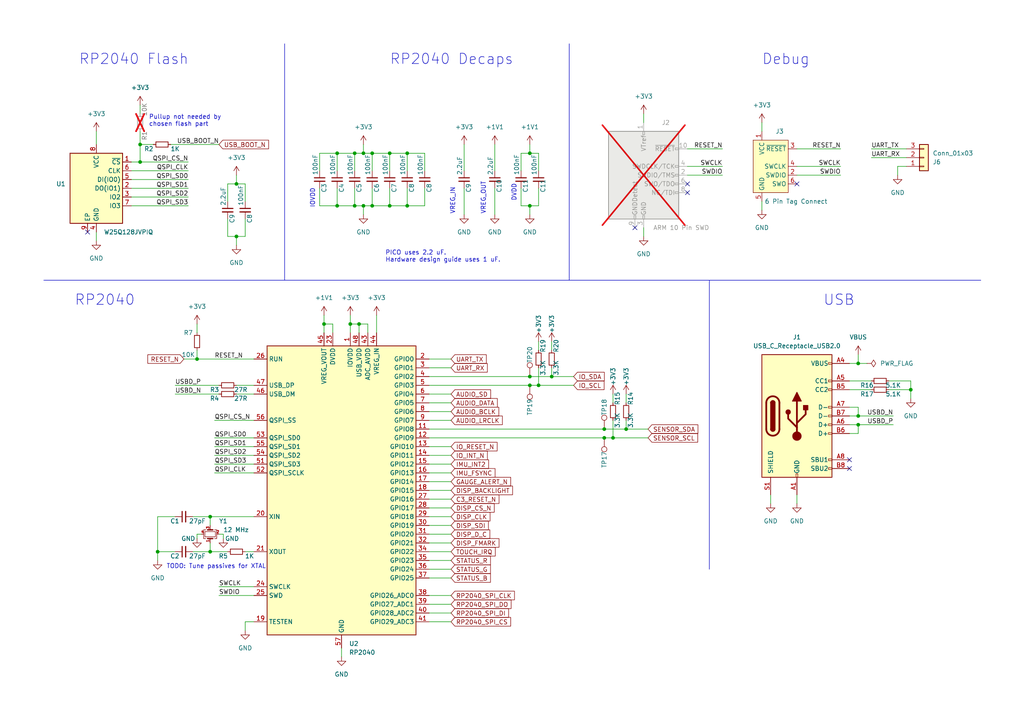
<source format=kicad_sch>
(kicad_sch (version 20230121) (generator eeschema)
  (paper "A4")
  (title_block (title "Kudzu") (date "2023-09-13") (rev "0") (company "Copyright 2023 The Pigweed Authors"))
  (lib_symbols
    (symbol "Connector:Conn_ARM_JTAG_SWD_10" (pin_names (offset 1.016))
      (property "Reference" "J" (at -2.54 16.51 0))
      (property "Value" "Conn_ARM_JTAG_SWD_10" (at -2.54 13.97 0))
      (symbol "Conn_ARM_JTAG_SWD_10_1_1"
        (pin power_in line (at 0 15.24 270) (length 2.54) (name "VTref") (number "1"))
        (pin open_collector line (at 12.7 7.62 180) (length 2.54) (name "~{RESET}") (number "10"))
        (pin bidirectional line (at 12.7 0 180) (length 2.54) (name "SWDIO/TMS") (number "2"))
        (pin power_in line (at 0 -15.24 90) (length 2.54) (name "GND") (number "3"))
        (pin output line (at 12.7 2.54 180) (length 2.54) (name "SWDCLK/TCK") (number "4"))
        (pin passive line (at 0 -15.24 90) (length 2.54) hide (name "GND") (number "5"))
        (pin input line (at 12.7 -2.54 180) (length 2.54) (name "SWO/TDO") (number "6"))
        (pin no_connect line (at -10.16 0 0) (length 2.54) hide (name "KEY") (number "7"))
        (pin output line (at 12.7 -5.08 180) (length 2.54) (name "NC/TDI") (number "8"))
        (pin passive line (at -2.54 -15.24 90) (length 2.54) (name "GNDDetect") (number "9"))
      )
    )
    (symbol "Connector:Conn_ARM_SWD_TagConnect_TC2030-NL" (in_bom no)
      (property "Reference" "J" (at 2.54 11.43 0))
      (property "Value" "Conn_ARM_SWD_TagConnect_TC2030-NL" (at 2.54 8.89 0))
      (symbol "Conn_ARM_SWD_TagConnect_TC2030-NL_0_0"
        (pin power_in line (at -2.54 10.16 270) (length 2.54) (name "VCC") (number "1"))
        (pin bidirectional line (at 7.62 -2.54 180) (length 2.54) (name "SWDIO") (number "2"))
        (pin open_collector line (at 7.62 5.08 180) (length 2.54) (name "~{RESET}") (number "3"))
        (pin output line (at 7.62 0 180) (length 2.54) (name "SWCLK") (number "4"))
        (pin power_in line (at -2.54 -10.16 90) (length 2.54) (name "GND") (number "5"))
        (pin input line (at 7.62 -5.08 180) (length 2.54) (name "SWO") (number "6"))
      )
    )
    (symbol "Connector:TestPoint" (pin_numbers hide) (pin_names (offset 0.762) hide)
      (property "Reference" "TP" (at 0 6.858 0))
      (property "Value" "TestPoint" (at 0 5.08 0))
      (symbol "TestPoint_1_1"
        (pin passive line (at 0 0 90) (length 2.54) (name "1") (number "1"))
      )
    )
    (symbol "Connector:USB_C_Receptacle_USB2.0" (pin_names (offset 1.016))
      (property "Reference" "J" (at -10.16 19.05 0))
      (property "Value" "USB_C_Receptacle_USB2.0" (at 19.05 19.05 0))
      (symbol "USB_C_Receptacle_USB2.0_1_1"
        (pin passive line (at 0 -22.86 90) (length 5.08) (name "GND") (number "A1"))
        (pin passive line (at 0 -22.86 90) (length 5.08) hide (name "GND") (number "A12"))
        (pin passive line (at 15.24 15.24 180) (length 5.08) (name "VBUS") (number "A4"))
        (pin bidirectional line (at 15.24 10.16 180) (length 5.08) (name "CC1") (number "A5"))
        (pin bidirectional line (at 15.24 -2.54 180) (length 5.08) (name "D+") (number "A6"))
        (pin bidirectional line (at 15.24 2.54 180) (length 5.08) (name "D-") (number "A7"))
        (pin bidirectional line (at 15.24 -12.7 180) (length 5.08) (name "SBU1") (number "A8"))
        (pin passive line (at 15.24 15.24 180) (length 5.08) hide (name "VBUS") (number "A9"))
        (pin passive line (at 0 -22.86 90) (length 5.08) hide (name "GND") (number "B1"))
        (pin passive line (at 0 -22.86 90) (length 5.08) hide (name "GND") (number "B12"))
        (pin passive line (at 15.24 15.24 180) (length 5.08) hide (name "VBUS") (number "B4"))
        (pin bidirectional line (at 15.24 7.62 180) (length 5.08) (name "CC2") (number "B5"))
        (pin bidirectional line (at 15.24 -5.08 180) (length 5.08) (name "D+") (number "B6"))
        (pin bidirectional line (at 15.24 0 180) (length 5.08) (name "D-") (number "B7"))
        (pin bidirectional line (at 15.24 -15.24 180) (length 5.08) (name "SBU2") (number "B8"))
        (pin passive line (at 15.24 15.24 180) (length 5.08) hide (name "VBUS") (number "B9"))
        (pin passive line (at -7.62 -22.86 90) (length 5.08) (name "SHIELD") (number "S1"))
      )
    )
    (symbol "Connector_Generic:Conn_01x03" (pin_names (offset 1.016) hide)
      (property "Reference" "J" (at 0 5.08 0))
      (property "Value" "Conn_01x03" (at 0 -5.08 0))
      (symbol "Conn_01x03_1_1"
        (pin passive line (at -5.08 2.54 0) (length 3.81) (name "Pin_1") (number "1"))
        (pin passive line (at -5.08 0 0) (length 3.81) (name "Pin_2") (number "2"))
        (pin passive line (at -5.08 -2.54 0) (length 3.81) (name "Pin_3") (number "3"))
      )
    )
    (symbol "Device:C_Small" (pin_numbers hide) (pin_names (offset 0.254) hide)
      (property "Reference" "C" (at 0.254 1.778 0))
      (property "Value" "C_Small" (at 0.254 -2.032 0))
      (symbol "C_Small_1_1"
        (pin passive line (at 0 2.54 270) (length 2.032) (name "~") (number "1"))
        (pin passive line (at 0 -2.54 90) (length 2.032) (name "~") (number "2"))
      )
    )
    (symbol "Device:Crystal_GND24_Small" (pin_names (offset 1.016) hide)
      (property "Reference" "Y" (at 1.27 4.445 0))
      (property "Value" "Crystal_GND24_Small" (at 1.27 2.54 0))
      (symbol "Crystal_GND24_Small_1_1"
        (pin passive line (at -2.54 0 0) (length 1.27) (name "1") (number "1"))
        (pin passive line (at 0 -2.54 90) (length 0.635) (name "2") (number "2"))
        (pin passive line (at 2.54 0 180) (length 1.27) (name "3") (number "3"))
        (pin passive line (at 0 2.54 270) (length 0.635) (name "4") (number "4"))
      )
    )
    (symbol "Device:R_Small" (pin_numbers hide) (pin_names (offset 0.254) hide)
      (property "Reference" "R" (at 0.762 0.508 0))
      (property "Value" "R_Small" (at 0.762 -1.016 0))
      (symbol "R_Small_1_1"
        (pin passive line (at 0 2.54 270) (length 0.762) (name "~") (number "1"))
        (pin passive line (at 0 -2.54 90) (length 0.762) (name "~") (number "2"))
      )
    )
    (symbol "MCU_RaspberryPi:RP2040"
      (property "Reference" "U" (at 17.78 45.72 0))
      (property "Value" "RP2040" (at 17.78 43.18 0))
      (symbol "RP2040_1_1"
        (pin power_in line (at 2.54 45.72 270) (length 3.81) (name "IOVDD") (number "1"))
        (pin passive line (at 2.54 45.72 270) (length 3.81) hide (name "IOVDD") (number "10"))
        (pin bidirectional line (at 25.4 17.78 180) (length 3.81) (name "GPIO8") (number "11"))
        (pin bidirectional line (at 25.4 15.24 180) (length 3.81) (name "GPIO9") (number "12"))
        (pin bidirectional line (at 25.4 12.7 180) (length 3.81) (name "GPIO10") (number "13"))
        (pin bidirectional line (at 25.4 10.16 180) (length 3.81) (name "GPIO11") (number "14"))
        (pin bidirectional line (at 25.4 7.62 180) (length 3.81) (name "GPIO12") (number "15"))
        (pin bidirectional line (at 25.4 5.08 180) (length 3.81) (name "GPIO13") (number "16"))
        (pin bidirectional line (at 25.4 2.54 180) (length 3.81) (name "GPIO14") (number "17"))
        (pin bidirectional line (at 25.4 0 180) (length 3.81) (name "GPIO15") (number "18"))
        (pin input line (at -25.4 -38.1 0) (length 3.81) (name "TESTEN") (number "19"))
        (pin bidirectional line (at 25.4 38.1 180) (length 3.81) (name "GPIO0") (number "2"))
        (pin input line (at -25.4 -7.62 0) (length 3.81) (name "XIN") (number "20"))
        (pin passive line (at -25.4 -17.78 0) (length 3.81) (name "XOUT") (number "21"))
        (pin passive line (at 2.54 45.72 270) (length 3.81) hide (name "IOVDD") (number "22"))
        (pin power_in line (at -2.54 45.72 270) (length 3.81) (name "DVDD") (number "23"))
        (pin input line (at -25.4 -27.94 0) (length 3.81) (name "SWCLK") (number "24"))
        (pin bidirectional line (at -25.4 -30.48 0) (length 3.81) (name "SWD") (number "25"))
        (pin input line (at -25.4 38.1 0) (length 3.81) (name "RUN") (number "26"))
        (pin bidirectional line (at 25.4 -2.54 180) (length 3.81) (name "GPIO16") (number "27"))
        (pin bidirectional line (at 25.4 -5.08 180) (length 3.81) (name "GPIO17") (number "28"))
        (pin bidirectional line (at 25.4 -7.62 180) (length 3.81) (name "GPIO18") (number "29"))
        (pin bidirectional line (at 25.4 35.56 180) (length 3.81) (name "GPIO1") (number "3"))
        (pin bidirectional line (at 25.4 -10.16 180) (length 3.81) (name "GPIO19") (number "30"))
        (pin bidirectional line (at 25.4 -12.7 180) (length 3.81) (name "GPIO20") (number "31"))
        (pin bidirectional line (at 25.4 -15.24 180) (length 3.81) (name "GPIO21") (number "32"))
        (pin passive line (at 2.54 45.72 270) (length 3.81) hide (name "IOVDD") (number "33"))
        (pin bidirectional line (at 25.4 -17.78 180) (length 3.81) (name "GPIO22") (number "34"))
        (pin bidirectional line (at 25.4 -20.32 180) (length 3.81) (name "GPIO23") (number "35"))
        (pin bidirectional line (at 25.4 -22.86 180) (length 3.81) (name "GPIO24") (number "36"))
        (pin bidirectional line (at 25.4 -25.4 180) (length 3.81) (name "GPIO25") (number "37"))
        (pin bidirectional line (at 25.4 -30.48 180) (length 3.81) (name "GPIO26_ADC0") (number "38"))
        (pin bidirectional line (at 25.4 -33.02 180) (length 3.81) (name "GPIO27_ADC1") (number "39"))
        (pin bidirectional line (at 25.4 33.02 180) (length 3.81) (name "GPIO2") (number "4"))
        (pin bidirectional line (at 25.4 -35.56 180) (length 3.81) (name "GPIO28_ADC2") (number "40"))
        (pin bidirectional line (at 25.4 -38.1 180) (length 3.81) (name "GPIO29_ADC3") (number "41"))
        (pin passive line (at 2.54 45.72 270) (length 3.81) hide (name "IOVDD") (number "42"))
        (pin power_in line (at 7.62 45.72 270) (length 3.81) (name "ADC_AVDD") (number "43"))
        (pin power_in line (at 10.16 45.72 270) (length 3.81) (name "VREG_IN") (number "44"))
        (pin power_out line (at -5.08 45.72 270) (length 3.81) (name "VREG_VOUT") (number "45"))
        (pin bidirectional line (at -25.4 27.94 0) (length 3.81) (name "USB_DM") (number "46"))
        (pin bidirectional line (at -25.4 30.48 0) (length 3.81) (name "USB_DP") (number "47"))
        (pin power_in line (at 5.08 45.72 270) (length 3.81) (name "USB_VDD") (number "48"))
        (pin passive line (at 2.54 45.72 270) (length 3.81) hide (name "IOVDD") (number "49"))
        (pin bidirectional line (at 25.4 30.48 180) (length 3.81) (name "GPIO3") (number "5"))
        (pin passive line (at -2.54 45.72 270) (length 3.81) hide (name "DVDD") (number "50"))
        (pin bidirectional line (at -25.4 7.62 0) (length 3.81) (name "QSPI_SD3") (number "51"))
        (pin output line (at -25.4 5.08 0) (length 3.81) (name "QSPI_SCLK") (number "52"))
        (pin bidirectional line (at -25.4 15.24 0) (length 3.81) (name "QSPI_SD0") (number "53"))
        (pin bidirectional line (at -25.4 10.16 0) (length 3.81) (name "QSPI_SD2") (number "54"))
        (pin bidirectional line (at -25.4 12.7 0) (length 3.81) (name "QSPI_SD1") (number "55"))
        (pin bidirectional line (at -25.4 20.32 0) (length 3.81) (name "QSPI_SS") (number "56"))
        (pin power_in line (at 0 -45.72 90) (length 3.81) (name "GND") (number "57"))
        (pin bidirectional line (at 25.4 27.94 180) (length 3.81) (name "GPIO4") (number "6"))
        (pin bidirectional line (at 25.4 25.4 180) (length 3.81) (name "GPIO5") (number "7"))
        (pin bidirectional line (at 25.4 22.86 180) (length 3.81) (name "GPIO6") (number "8"))
        (pin bidirectional line (at 25.4 20.32 180) (length 3.81) (name "GPIO7") (number "9"))
      )
    )
    (symbol "Memory_Flash:W25Q32JVZP"
      (property "Reference" "U" (at -6.35 11.43 0))
      (property "Value" "W25Q32JVZP" (at 7.62 11.43 0))
      (symbol "W25Q32JVZP_1_1"
        (pin input line (at -10.16 7.62 0) (length 2.54) (name "~{CS}") (number "1"))
        (pin bidirectional line (at -10.16 0 0) (length 2.54) (name "DO(IO1)") (number "2"))
        (pin bidirectional line (at -10.16 -2.54 0) (length 2.54) (name "IO2") (number "3"))
        (pin power_in line (at 0 -12.7 90) (length 2.54) (name "GND") (number "4"))
        (pin bidirectional line (at -10.16 2.54 0) (length 2.54) (name "DI(IO0)") (number "5"))
        (pin input line (at -10.16 5.08 0) (length 2.54) (name "CLK") (number "6"))
        (pin bidirectional line (at -10.16 -5.08 0) (length 2.54) (name "IO3") (number "7"))
        (pin power_in line (at 0 12.7 270) (length 2.54) (name "VCC") (number "8"))
        (pin passive line (at 2.54 -12.7 90) (length 2.54) (name "EP") (number "9"))
      )
    )
    (symbol "power:+1V1" (power) (pin_names (offset 0))
      (property "Value" "+1V1" (at 0 3.556 0))
      (symbol "+1V1_1_1"
        (pin power_in line (at 0 0 90) (length 0) hide (name "+1V1") (number "1"))
      )
    )
    (symbol "power:+3V3" (power) (pin_names (offset 0))
      (property "Value" "+3V3" (at 0 3.556 0))
      (symbol "+3V3_1_1"
        (pin power_in line (at 0 0 90) (length 0) hide (name "+3V3") (number "1"))
      )
    )
    (symbol "power:GND" (power) (pin_names (offset 0))
      (property "Value" "GND" (at 0 -3.81 0))
      (symbol "GND_1_1"
        (pin power_in line (at 0 0 270) (length 0) hide (name "GND") (number "1"))
      )
    )
    (symbol "power:PWR_FLAG" (power) (pin_numbers hide) (pin_names (offset 0) hide)
      (property "Value" "PWR_FLAG" (at 0 3.81 0))
      (symbol "PWR_FLAG_0_0"
        (pin power_out line (at 0 0 90) (length 0) (name "pwr") (number "1"))
      )
    )
    (symbol "power:VBUS" (power) (pin_names (offset 0))
      (property "Value" "VBUS" (at 0 3.81 0))
      (symbol "VBUS_1_1"
        (pin power_in line (at 0 0 90) (length 0) hide (name "VBUS") (number "1"))
      )
    )
  )
  (junction (at 102.87 44.45))
  (junction (at 68.58 68.58))
  (junction (at 248.92 120.65))
  (junction (at 68.58 53.34))
  (junction (at 153.67 109.22))
  (junction (at 60.96 160.02))
  (junction (at 97.79 59.69))
  (junction (at 156.21 111.76))
  (junction (at 102.87 59.69))
  (junction (at 104.14 93.98))
  (junction (at 160.02 109.22))
  (junction (at 248.92 105.41))
  (junction (at 118.11 59.69))
  (junction (at 118.11 44.45))
  (junction (at 264.16 113.03))
  (junction (at 181.61 124.46))
  (junction (at 57.15 104.14))
  (junction (at 175.26 127))
  (junction (at 93.98 93.98))
  (junction (at 40.64 46.99))
  (junction (at 107.95 44.45))
  (junction (at 248.92 123.19))
  (junction (at 97.79 44.45))
  (junction (at 153.67 111.76))
  (junction (at 107.95 59.69))
  (junction (at 40.64 41.91))
  (junction (at 105.41 59.69))
  (junction (at 60.96 149.86))
  (junction (at 45.72 160.02))
  (junction (at 153.67 44.45))
  (junction (at 105.41 44.45))
  (junction (at 113.03 59.69))
  (junction (at 101.6 93.98))
  (junction (at 113.03 44.45))
  (junction (at 177.8 127))
  (junction (at 175.26 124.46))
  (junction (at 153.67 59.69))
  (no_connect (at 184.15 66.04))
  (no_connect (at 199.39 53.34))
  (no_connect (at 199.39 55.88))
  (no_connect (at 25.4 67.31))
  (no_connect (at 246.38 133.35))
  (no_connect (at 231.14 53.34))
  (no_connect (at 246.38 135.89))
  (wire (pts (xy 134.62 54.61) (xy 134.62 62.23)))
  (wire (pts (xy 123.19 44.45) (xy 123.19 49.53)))
  (wire (pts (xy 73.66 180.34) (xy 71.12 180.34)))
  (wire (pts (xy 124.46 149.86) (xy 130.81 149.86)))
  (wire (pts (xy 124.46 124.46) (xy 175.26 124.46)))
  (polyline (pts (xy 82.55 12.7) (xy 82.55 81.28)))
  (wire (pts (xy 124.46 134.62) (xy 130.81 134.62)))
  (wire (pts (xy 57.15 156.21) (xy 57.15 154.94)))
  (wire (pts (xy 62.23 134.62) (xy 73.66 134.62)))
  (wire (pts (xy 153.67 59.69) (xy 151.13 59.69)))
  (wire (pts (xy 66.04 63.5) (xy 66.04 68.58)))
  (wire (pts (xy 93.98 93.98) (xy 93.98 96.52)))
  (wire (pts (xy 248.92 105.41) (xy 251.46 105.41)))
  (wire (pts (xy 113.03 54.61) (xy 113.03 59.69)))
  (wire (pts (xy 113.03 44.45) (xy 118.11 44.45)))
  (wire (pts (xy 156.21 111.76) (xy 166.37 111.76)))
  (wire (pts (xy 38.1 49.53) (xy 54.61 49.53)))
  (wire (pts (xy 156.21 49.53) (xy 156.21 44.45)))
  (wire (pts (xy 124.46 162.56) (xy 130.81 162.56)))
  (wire (pts (xy 96.52 93.98) (xy 93.98 93.98)))
  (wire (pts (xy 102.87 44.45) (xy 105.41 44.45)))
  (wire (pts (xy 66.04 160.02) (xy 60.96 160.02)))
  (wire (pts (xy 93.98 91.44) (xy 93.98 93.98)))
  (wire (pts (xy 118.11 44.45) (xy 118.11 49.53)))
  (wire (pts (xy 124.46 139.7) (xy 130.81 139.7)))
  (wire (pts (xy 57.15 104.14) (xy 73.66 104.14)))
  (wire (pts (xy 231.14 50.8) (xy 243.84 50.8)))
  (wire (pts (xy 177.8 121.92) (xy 177.8 127)))
  (wire (pts (xy 92.71 44.45) (xy 92.71 49.53)))
  (wire (pts (xy 153.67 44.45) (xy 151.13 44.45)))
  (wire (pts (xy 124.46 119.38) (xy 130.81 119.38)))
  (wire (pts (xy 151.13 59.69) (xy 151.13 54.61)))
  (wire (pts (xy 97.79 49.53) (xy 97.79 44.45)))
  (wire (pts (xy 107.95 54.61) (xy 107.95 59.69)))
  (wire (pts (xy 107.95 44.45) (xy 107.95 49.53)))
  (wire (pts (xy 40.64 41.91) (xy 44.45 41.91)))
  (wire (pts (xy 118.11 44.45) (xy 123.19 44.45)))
  (wire (pts (xy 153.67 109.22) (xy 160.02 109.22)))
  (wire (pts (xy 57.15 154.94) (xy 58.42 154.94)))
  (wire (pts (xy 153.67 41.91) (xy 153.67 44.45)))
  (wire (pts (xy 49.53 41.91) (xy 63.5 41.91)))
  (wire (pts (xy 199.39 48.26) (xy 209.55 48.26)))
  (wire (pts (xy 40.64 41.91) (xy 40.64 46.99)))
  (wire (pts (xy 252.73 45.72) (xy 262.89 45.72)))
  (wire (pts (xy 223.52 143.51) (xy 223.52 146.05)))
  (wire (pts (xy 160.02 109.22) (xy 166.37 109.22)))
  (wire (pts (xy 143.51 41.91) (xy 143.51 49.53)))
  (wire (pts (xy 199.39 43.18) (xy 209.55 43.18)))
  (wire (pts (xy 124.46 137.16) (xy 130.81 137.16)))
  (wire (pts (xy 124.46 121.92) (xy 130.81 121.92)))
  (wire (pts (xy 124.46 106.68) (xy 130.81 106.68)))
  (wire (pts (xy 50.8 111.76) (xy 63.5 111.76)))
  (wire (pts (xy 62.23 129.54) (xy 73.66 129.54)))
  (wire (pts (xy 262.89 48.26) (xy 260.35 48.26)))
  (wire (pts (xy 71.12 68.58) (xy 71.12 63.5)))
  (wire (pts (xy 153.67 59.69) (xy 156.21 59.69)))
  (wire (pts (xy 102.87 44.45) (xy 102.87 49.53)))
  (polyline (pts (xy 165.1 12.7) (xy 165.1 81.28)))
  (wire (pts (xy 96.52 96.52) (xy 96.52 93.98)))
  (wire (pts (xy 124.46 109.22) (xy 153.67 109.22)))
  (polyline (pts (xy 205.74 81.28) (xy 205.74 165.1)))
  (wire (pts (xy 246.38 113.03) (xy 252.73 113.03)))
  (wire (pts (xy 220.98 35.56) (xy 220.98 38.1)))
  (wire (pts (xy 62.23 137.16) (xy 73.66 137.16)))
  (wire (pts (xy 27.94 38.1) (xy 27.94 41.91)))
  (wire (pts (xy 101.6 93.98) (xy 101.6 96.52)))
  (wire (pts (xy 38.1 57.15) (xy 54.61 57.15)))
  (wire (pts (xy 68.58 50.8) (xy 68.58 53.34)))
  (wire (pts (xy 124.46 144.78) (xy 130.81 144.78)))
  (wire (pts (xy 124.46 157.48) (xy 130.81 157.48)))
  (wire (pts (xy 246.38 105.41) (xy 248.92 105.41)))
  (wire (pts (xy 57.15 101.6) (xy 57.15 104.14)))
  (wire (pts (xy 68.58 114.3) (xy 73.66 114.3)))
  (wire (pts (xy 64.77 154.94) (xy 64.77 156.21)))
  (wire (pts (xy 97.79 44.45) (xy 92.71 44.45)))
  (wire (pts (xy 124.46 116.84) (xy 130.81 116.84)))
  (wire (pts (xy 106.68 96.52) (xy 106.68 93.98)))
  (wire (pts (xy 124.46 147.32) (xy 130.81 147.32)))
  (wire (pts (xy 27.94 67.31) (xy 27.94 69.85)))
  (wire (pts (xy 248.92 118.11) (xy 248.92 120.65)))
  (wire (pts (xy 248.92 123.19) (xy 248.92 125.73)))
  (wire (pts (xy 107.95 59.69) (xy 113.03 59.69)))
  (wire (pts (xy 199.39 50.8) (xy 209.55 50.8)))
  (wire (pts (xy 104.14 96.52) (xy 104.14 93.98)))
  (wire (pts (xy 181.61 121.92) (xy 181.61 124.46)))
  (wire (pts (xy 153.67 111.76) (xy 156.21 111.76)))
  (wire (pts (xy 105.41 41.91) (xy 105.41 44.45)))
  (wire (pts (xy 151.13 44.45) (xy 151.13 49.53)))
  (wire (pts (xy 109.22 91.44) (xy 109.22 96.52)))
  (wire (pts (xy 45.72 160.02) (xy 45.72 162.56)))
  (wire (pts (xy 264.16 113.03) (xy 264.16 115.57)))
  (wire (pts (xy 134.62 41.91) (xy 134.62 49.53)))
  (wire (pts (xy 124.46 152.4) (xy 130.81 152.4)))
  (wire (pts (xy 38.1 46.99) (xy 40.64 46.99)))
  (wire (pts (xy 45.72 149.86) (xy 50.8 149.86)))
  (wire (pts (xy 60.96 149.86) (xy 60.96 152.4)))
  (wire (pts (xy 62.23 132.08) (xy 73.66 132.08)))
  (wire (pts (xy 123.19 54.61) (xy 123.19 59.69)))
  (wire (pts (xy 124.46 167.64) (xy 130.81 167.64)))
  (wire (pts (xy 257.81 113.03) (xy 264.16 113.03)))
  (wire (pts (xy 105.41 59.69) (xy 107.95 59.69)))
  (wire (pts (xy 231.14 43.18) (xy 243.84 43.18)))
  (wire (pts (xy 248.92 120.65) (xy 246.38 120.65)))
  (wire (pts (xy 38.1 54.61) (xy 54.61 54.61)))
  (wire (pts (xy 71.12 53.34) (xy 71.12 58.42)))
  (wire (pts (xy 181.61 124.46) (xy 187.96 124.46)))
  (wire (pts (xy 62.23 127) (xy 73.66 127)))
  (wire (pts (xy 107.95 44.45) (xy 113.03 44.45)))
  (wire (pts (xy 63.5 172.72) (xy 73.66 172.72)))
  (wire (pts (xy 53.34 104.14) (xy 57.15 104.14)))
  (wire (pts (xy 160.02 106.68) (xy 160.02 109.22)))
  (wire (pts (xy 97.79 59.69) (xy 102.87 59.69)))
  (wire (pts (xy 68.58 53.34) (xy 71.12 53.34)))
  (wire (pts (xy 257.81 110.49) (xy 264.16 110.49)))
  (wire (pts (xy 175.26 124.46) (xy 181.61 124.46)))
  (wire (pts (xy 102.87 59.69) (xy 105.41 59.69)))
  (wire (pts (xy 57.15 93.98) (xy 57.15 96.52)))
  (wire (pts (xy 60.96 157.48) (xy 60.96 160.02)))
  (wire (pts (xy 40.64 38.1) (xy 40.64 41.91)))
  (wire (pts (xy 66.04 58.42) (xy 66.04 53.34)))
  (wire (pts (xy 40.64 30.48) (xy 40.64 33.02)))
  (wire (pts (xy 68.58 68.58) (xy 68.58 71.12)))
  (wire (pts (xy 186.69 66.04) (xy 186.69 68.58)))
  (wire (pts (xy 66.04 68.58) (xy 68.58 68.58)))
  (wire (pts (xy 124.46 111.76) (xy 153.67 111.76)))
  (wire (pts (xy 38.1 59.69) (xy 54.61 59.69)))
  (wire (pts (xy 99.06 187.96) (xy 99.06 190.5)))
  (wire (pts (xy 124.46 177.8) (xy 130.81 177.8)))
  (wire (pts (xy 124.46 160.02) (xy 130.81 160.02)))
  (wire (pts (xy 102.87 54.61) (xy 102.87 59.69)))
  (wire (pts (xy 55.88 160.02) (xy 60.96 160.02)))
  (wire (pts (xy 156.21 99.06) (xy 156.21 101.6)))
  (wire (pts (xy 63.5 170.18) (xy 73.66 170.18)))
  (wire (pts (xy 220.98 58.42) (xy 220.98 60.96)))
  (wire (pts (xy 246.38 110.49) (xy 252.73 110.49)))
  (wire (pts (xy 124.46 154.94) (xy 130.81 154.94)))
  (wire (pts (xy 62.23 121.92) (xy 73.66 121.92)))
  (wire (pts (xy 124.46 165.1) (xy 130.81 165.1)))
  (wire (pts (xy 68.58 68.58) (xy 71.12 68.58)))
  (wire (pts (xy 104.14 93.98) (xy 101.6 93.98)))
  (wire (pts (xy 124.46 175.26) (xy 130.81 175.26)))
  (wire (pts (xy 92.71 59.69) (xy 97.79 59.69)))
  (wire (pts (xy 40.64 46.99) (xy 54.61 46.99)))
  (wire (pts (xy 92.71 54.61) (xy 92.71 59.69)))
  (wire (pts (xy 153.67 59.69) (xy 153.67 62.23)))
  (wire (pts (xy 260.35 48.26) (xy 260.35 50.8)))
  (wire (pts (xy 124.46 104.14) (xy 130.81 104.14)))
  (wire (pts (xy 248.92 120.65) (xy 259.08 120.65)))
  (wire (pts (xy 124.46 180.34) (xy 130.81 180.34)))
  (wire (pts (xy 55.88 149.86) (xy 60.96 149.86)))
  (wire (pts (xy 177.8 114.3) (xy 177.8 116.84)))
  (wire (pts (xy 186.69 33.02) (xy 186.69 35.56)))
  (wire (pts (xy 177.8 127) (xy 187.96 127)))
  (wire (pts (xy 124.46 132.08) (xy 130.81 132.08)))
  (wire (pts (xy 264.16 110.49) (xy 264.16 113.03)))
  (wire (pts (xy 246.38 118.11) (xy 248.92 118.11)))
  (wire (pts (xy 156.21 44.45) (xy 153.67 44.45)))
  (wire (pts (xy 246.38 123.19) (xy 248.92 123.19)))
  (wire (pts (xy 97.79 54.61) (xy 97.79 59.69)))
  (wire (pts (xy 248.92 123.19) (xy 259.08 123.19)))
  (wire (pts (xy 50.8 160.02) (xy 45.72 160.02)))
  (wire (pts (xy 66.04 53.34) (xy 68.58 53.34)))
  (wire (pts (xy 124.46 129.54) (xy 130.81 129.54)))
  (wire (pts (xy 143.51 54.61) (xy 143.51 62.23)))
  (wire (pts (xy 124.46 114.3) (xy 130.81 114.3)))
  (wire (pts (xy 181.61 114.3) (xy 181.61 116.84)))
  (wire (pts (xy 73.66 149.86) (xy 60.96 149.86)))
  (wire (pts (xy 118.11 54.61) (xy 118.11 59.69)))
  (wire (pts (xy 71.12 180.34) (xy 71.12 182.88)))
  (wire (pts (xy 248.92 125.73) (xy 246.38 125.73)))
  (wire (pts (xy 50.8 114.3) (xy 63.5 114.3)))
  (wire (pts (xy 175.26 127) (xy 177.8 127)))
  (wire (pts (xy 68.58 111.76) (xy 73.66 111.76)))
  (wire (pts (xy 63.5 154.94) (xy 64.77 154.94)))
  (wire (pts (xy 105.41 59.69) (xy 105.41 62.23)))
  (wire (pts (xy 156.21 59.69) (xy 156.21 54.61)))
  (wire (pts (xy 38.1 52.07) (xy 54.61 52.07)))
  (wire (pts (xy 106.68 93.98) (xy 104.14 93.98)))
  (wire (pts (xy 105.41 44.45) (xy 107.95 44.45)))
  (wire (pts (xy 248.92 102.87) (xy 248.92 105.41)))
  (wire (pts (xy 45.72 149.86) (xy 45.72 160.02)))
  (wire (pts (xy 124.46 142.24) (xy 130.81 142.24)))
  (wire (pts (xy 124.46 127) (xy 175.26 127)))
  (wire (pts (xy 113.03 59.69) (xy 118.11 59.69)))
  (wire (pts (xy 101.6 91.44) (xy 101.6 93.98)))
  (wire (pts (xy 97.79 44.45) (xy 102.87 44.45)))
  (wire (pts (xy 156.21 106.68) (xy 156.21 111.76)))
  (wire (pts (xy 231.14 48.26) (xy 243.84 48.26)))
  (wire (pts (xy 252.73 43.18) (xy 262.89 43.18)))
  (wire (pts (xy 73.66 160.02) (xy 71.12 160.02)))
  (wire (pts (xy 231.14 143.51) (xy 231.14 146.05)))
  (wire (pts (xy 118.11 59.69) (xy 123.19 59.69)))
  (polyline (pts (xy 12.7 81.28) (xy 284.48 81.28)))
  (wire (pts (xy 124.46 172.72) (xy 130.81 172.72)))
  (wire (pts (xy 160.02 99.06) (xy 160.02 101.6)))
  (wire (pts (xy 113.03 44.45) (xy 113.03 49.53)))
  (text "Debug\n" (at 220.98 19.05 0) (effects (font (size 3 3)) (justify left bottom)))
  (text "RP2040 Decaps\n" (at 113.03 19.05 0) (effects (font (size 3 3)) (justify left bottom)))
  (text "RP2040 Flash" (at 22.86 19.05 0) (effects (font (size 3 3)) (justify left bottom)))
  (text "Pullup not needed by\nchosen flash part\n" (at 43.18 36.83 0) (effects (font (size 1.27 1.27)) (justify left bottom)))
  (text "RP2040\n" (at 21.59 88.9 0) (effects (font (size 3 3)) (justify left bottom)))
  (text "VREG_IN\n" (at 132.08 62.23 90) (effects (font (size 1.27 1.27)) (justify left bottom)))
  (text "PICO uses 2.2 uF.\nHardware design guide uses 1 uF." (at 111.76 76.2 0) (effects (font (size 1.27 1.27)) (justify left bottom)))
  (text "VREG_OUT\n" (at 140.97 62.23 90) (effects (font (size 1.27 1.27)) (justify left bottom)))
  (text "TODO: Tune passives for XTAL\n" (at 48.26 165.1 0) (effects (font (size 1.27 1.27)) (justify left bottom)))
  (text "IOVDD" (at 91.44 54.61 90) (effects (font (size 1.27 1.27)) (justify right bottom)))
  (text "DVDD" (at 149.86 58.42 90) (effects (font (size 1.27 1.27)) (justify left bottom)))
  (text "USB" (at 238.76 88.9 0) (effects (font (size 3 3)) (justify left bottom)))
  (label "QSPI_SD3" (at 54.61 59.69 180))
  (label "QSPI_SD1" (at 62.23 129.54 0))
  (label "SWDIO" (at 243.84 50.8 180))
  (label "UART_RX" (at 252.73 45.72 0))
  (label "QSPI_SD2" (at 62.23 132.08 0))
  (label "USBD_P" (at 50.8 111.76 0))
  (label "USBD_N" (at 50.8 114.3 0))
  (label "QSPI_SD0" (at 62.23 127 0))
  (label "SWCLK" (at 243.84 48.26 180))
  (label "USB_BOOT_N" (at 63.5 41.91 180))
  (label "UART_TX" (at 252.73 43.18 0))
  (label "RESET_N" (at 62.23 104.14 0))
  (label "SWCLK" (at 209.55 48.26 180))
  (label "SWCLK" (at 63.5 170.18 0))
  (label "QSPI_SD2" (at 54.61 57.15 180))
  (label "QSPI_SD3" (at 62.23 134.62 0))
  (label "USBD_N" (at 259.08 120.65 180))
  (label "QSPI_CS_N" (at 54.61 46.99 180))
  (label "SWDIO" (at 209.55 50.8 180))
  (label "QSPI_CS_N" (at 62.23 121.92 0))
  (label "SWDIO" (at 63.5 172.72 0))
  (label "QSPI_SD0" (at 54.61 52.07 180))
  (label "QSPI_CLK" (at 54.61 49.53 180))
  (label "RESET_N" (at 243.84 43.18 180))
  (label "QSPI_SD1" (at 54.61 54.61 180))
  (label "RESET_N" (at 209.55 43.18 180))
  (label "USBD_P" (at 259.08 123.19 180))
  (label "QSPI_CLK" (at 62.23 137.16 0))
  (global_label "STATUS_B" (shape input) (at 130.81 167.64 0) (property "Intersheetrefs" "${INTERSHEET_REFS}" (effects hide)))
  (global_label "C3_RESET_N" (shape input) (at 130.81 144.78 0) (property "Intersheetrefs" "${INTERSHEET_REFS}" (effects hide)))
  (global_label "IO_INT_N" (shape input) (at 130.81 132.08 0) (property "Intersheetrefs" "${INTERSHEET_REFS}" (effects hide)))
  (global_label "RP2040_SPI_CLK" (shape input) (at 130.81 172.72 0) (property "Intersheetrefs" "${INTERSHEET_REFS}" (effects hide)))
  (global_label "AUDIO_SD" (shape input) (at 130.81 114.3 0) (property "Intersheetrefs" "${INTERSHEET_REFS}" (effects hide)))
  (global_label "AUDIO_LRCLK" (shape input) (at 130.81 121.92 0) (property "Intersheetrefs" "${INTERSHEET_REFS}" (effects hide)))
  (global_label "IO_RESET_N" (shape input) (at 130.81 129.54 0) (property "Intersheetrefs" "${INTERSHEET_REFS}" (effects hide)))
  (global_label "AUDIO_DATA" (shape input) (at 130.81 116.84 0) (property "Intersheetrefs" "${INTERSHEET_REFS}" (effects hide)))
  (global_label "USB_BOOT_N" (shape input) (at 63.5 41.91 0) (property "Intersheetrefs" "${INTERSHEET_REFS}" (effects hide)))
  (global_label "DISP_D_C" (shape input) (at 130.81 154.94 0) (property "Intersheetrefs" "${INTERSHEET_REFS}" (effects hide)))
  (global_label "SENSOR_SCL" (shape input) (at 187.96 127 0) (property "Intersheetrefs" "${INTERSHEET_REFS}" (effects hide)))
  (global_label "DISP_CS_N" (shape input) (at 130.81 147.32 0) (property "Intersheetrefs" "${INTERSHEET_REFS}" (effects hide)))
  (global_label "DISP_CLK" (shape input) (at 130.81 149.86 0) (property "Intersheetrefs" "${INTERSHEET_REFS}" (effects hide)))
  (global_label "DISP_SDI" (shape input) (at 130.81 152.4 0) (property "Intersheetrefs" "${INTERSHEET_REFS}" (effects hide)))
  (global_label "RP2040_SPI_CS" (shape input) (at 130.81 180.34 0) (property "Intersheetrefs" "${INTERSHEET_REFS}" (effects hide)))
  (global_label "DISP_FMARK" (shape input) (at 130.81 157.48 0) (property "Intersheetrefs" "${INTERSHEET_REFS}" (effects hide)))
  (global_label "GAUGE_ALERT_N" (shape input) (at 130.81 139.7 0) (property "Intersheetrefs" "${INTERSHEET_REFS}" (effects hide)))
  (global_label "IMU_FSYNC" (shape input) (at 130.81 137.16 0) (property "Intersheetrefs" "${INTERSHEET_REFS}" (effects hide)))
  (global_label "TOUCH_IRQ" (shape input) (at 130.81 160.02 0) (property "Intersheetrefs" "${INTERSHEET_REFS}" (effects hide)))
  (global_label "IO_SDA" (shape input) (at 166.37 109.22 0) (property "Intersheetrefs" "${INTERSHEET_REFS}" (effects hide)))
  (global_label "DISP_BACKLIGHT" (shape input) (at 130.81 142.24 0) (property "Intersheetrefs" "${INTERSHEET_REFS}" (effects hide)))
  (global_label "IO_SCL" (shape input) (at 166.37 111.76 0) (property "Intersheetrefs" "${INTERSHEET_REFS}" (effects hide)))
  (global_label "UART_RX" (shape input) (at 130.81 106.68 0) (property "Intersheetrefs" "${INTERSHEET_REFS}" (effects hide)))
  (global_label "RESET_N" (shape input) (at 53.34 104.14 180) (property "Intersheetrefs" "${INTERSHEET_REFS}" (effects hide)))
  (global_label "SENSOR_SDA" (shape input) (at 187.96 124.46 0) (property "Intersheetrefs" "${INTERSHEET_REFS}" (effects hide)))
  (global_label "UART_TX" (shape input) (at 130.81 104.14 0) (property "Intersheetrefs" "${INTERSHEET_REFS}" (effects hide)))
  (global_label "RP2040_SPI_DO" (shape input) (at 130.81 175.26 0) (property "Intersheetrefs" "${INTERSHEET_REFS}" (effects hide)))
  (global_label "AUDIO_BCLK" (shape input) (at 130.81 119.38 0) (property "Intersheetrefs" "${INTERSHEET_REFS}" (effects hide)))
  (global_label "STATUS_G" (shape input) (at 130.81 165.1 0) (property "Intersheetrefs" "${INTERSHEET_REFS}" (effects hide)))
  (global_label "IMU_INT2" (shape input) (at 130.81 134.62 0) (property "Intersheetrefs" "${INTERSHEET_REFS}" (effects hide)))
  (global_label "STATUS_R" (shape input) (at 130.81 162.56 0) (property "Intersheetrefs" "${INTERSHEET_REFS}" (effects hide)))
  (global_label "RP2040_SPI_DI" (shape input) (at 130.81 177.8 0) (property "Intersheetrefs" "${INTERSHEET_REFS}" (effects hide)))
  (symbol (lib_id "power:+3V3") (at 134.62 41.91 0) (unit 1)
    (property "Reference" "#PWR018" (effects hide))
    (property "Value" "+3V3" (at 134.62 36.83 0))
    (instances (project "kudzu" (path "" (reference "#PWR018") (unit 1)) (path "" (reference "#PWR019") (unit 1))))
  )
  (symbol (lib_id "power:+3V3") (at 177.8 114.3 0) (unit 1)
    (property "Reference" "#PWR060" (effects hide))
    (property "Value" "+3V3" (at 177.8 109.22 90))
    (instances (project "kudzu" (path "" (reference "#PWR060") (unit 1)) (path "" (reference "#PWR023") (unit 1))))
  )
  (symbol (lib_id "power:GND") (at 68.58 71.12 0) (unit 1)
    (property "Reference" "#PWR014" (effects hide))
    (property "Value" "GND" (at 68.58 76.2 0))
    (instances (project "kudzu" (path "" (reference "#PWR014") (unit 1)) (path "" (reference "#PWR0101") (unit 1))))
  )
  (symbol (lib_id "power:+3V3") (at 186.69 33.02 0) (unit 1)
    (property "Reference" "#PWR018" (effects hide))
    (property "Value" "+3V3" (at 186.69 27.94 0))
    (instances (project "kudzu" (path "" (reference "#PWR018") (unit 1)) (path "" (reference "#PWR07") (unit 1))))
  )
  (symbol (lib_id "power:GND") (at 264.16 115.57 0) (unit 1)
    (property "Reference" "#PWR067" (effects hide))
    (property "Value" "GND" (at 264.16 120.65 0))
  )
  (symbol (lib_id "Device:C_Small") (at 92.71 52.07 0) (unit 1)
    (property "Reference" "C3" (at 93.98 55.88 90) (effects (justify left)))
    (property "Value" "100nF" (at 91.44 50.8 90) (effects (justify left)))
    (property "Footprint" "Capacitor_SMD:C_0603_1608Metric" (effects hide))
    (property "Price @ 10" "0.01200" (effects hide))
    (property "Price @ 25" "0.00856" (effects hide))
    (property "DigiKey PN" "1276-1000-2-ND" (effects hide))
  )
  (symbol (lib_id "Device:R_Small") (at 68.58 160.02 90) (unit 1)
    (property "Reference" "R5" (at 64.77 161.29 90))
    (property "Value" "1K" (at 72.39 161.29 90))
    (property "Footprint" "Resistor_SMD:R_0603_1608Metric" (effects hide))
    (property "Price @ 10" "0.01400" (effects hide))
    (property "Price @ 25" "0.00860" (effects hide))
    (property "DigiKey PN" "RMCF0603FT1K00TR-ND" (effects hide))
  )
  (symbol (lib_id "power:+3V3") (at 57.15 93.98 0) (unit 1)
    (property "Reference" "#PWR017" (effects hide))
    (property "Value" "+3V3" (at 57.15 88.9 0))
    (instances (project "kudzu" (path "" (reference "#PWR017") (unit 1)) (path "" (reference "#PWR086") (unit 1))))
  )
  (symbol (lib_id "power:+3V3") (at 40.64 30.48 0) (unit 1)
    (property "Reference" "#PWR05" (effects hide))
    (property "Value" "+3V3" (at 40.64 25.4 0))
    (instances (project "kudzu" (path "" (reference "#PWR05") (unit 1)) (path "" (reference "#PWR011") (unit 1))))
  )
  (symbol (lib_id "power:GND") (at 153.67 62.23 0) (unit 1)
    (property "Reference" "#PWR024" (effects hide))
    (property "Value" "GND" (at 153.67 67.31 0))
    (instances (project "kudzu" (path "" (reference "#PWR024") (unit 1)) (path "" (reference "#PWR078") (unit 1))))
  )
  (symbol (lib_id "Connector:TestPoint") (at 175.26 124.46 0) (unit 1)
    (property "Reference" "TP18" (at 175.26 118.11 90))
    (property "Value" "SENSOR_SDA" (effects hide))
    (property "Footprint" "TestPoint:TestPoint_Pad_D1.0mm" (effects hide))
  )
  (symbol (lib_id "power:GND") (at 220.98 60.96 0) (unit 1)
    (property "Reference" "#PWR08" (effects hide))
    (property "Value" "GND" (at 220.98 66.04 0))
    (instances (project "kudzu" (path "" (reference "#PWR08") (unit 1)) (path "" (reference "#PWR010") (unit 1))))
  )
  (symbol (lib_id "power:GND") (at 260.35 50.8 0) (unit 1)
    (property "Reference" "#PWR056" (effects hide))
    (property "Value" "GND" (at 260.35 55.88 0))
  )
  (symbol (lib_id "Device:C_Small") (at 118.11 52.07 0) (unit 1)
    (property "Reference" "C8" (at 119.38 55.88 90) (effects (justify left)))
    (property "Value" "100nF" (at 116.84 50.8 90) (effects (justify left)))
    (property "Footprint" "Capacitor_SMD:C_0603_1608Metric" (effects hide))
    (property "Price @ 10" "0.01200" (effects hide))
    (property "Price @ 25" "0.00856" (effects hide))
    (property "DigiKey PN" "1276-1000-2-ND" (effects hide))
  )
  (symbol (lib_id "Device:C_Small") (at 71.12 60.96 0) (unit 1)
    (property "Reference" "C8" (at 72.39 64.77 90) (effects (justify left)))
    (property "Value" "100nF" (at 69.85 59.69 90) (effects (justify left)))
    (property "Footprint" "Capacitor_SMD:C_0603_1608Metric" (effects hide))
    (property "Price @ 10" "0.01200" (effects hide))
    (property "Price @ 25" "0.00856" (effects hide))
    (property "DigiKey PN" "1276-1000-2-ND" (effects hide))
    (instances (project "kudzu" (path "" (reference "C8") (unit 1)) (path "" (reference "C28") (unit 1))))
  )
  (symbol (lib_id "power:GND") (at 186.69 68.58 0) (unit 1)
    (property "Reference" "#PWR010" (effects hide))
    (property "Value" "GND" (at 186.69 73.66 0))
    (instances (project "kudzu" (path "" (reference "#PWR010") (unit 1)) (path "" (reference "#PWR08") (unit 1))))
  )
  (symbol (lib_id "Device:C_Small") (at 107.95 52.07 0) (unit 1)
    (property "Reference" "C6" (at 109.22 55.88 90) (effects (justify left)))
    (property "Value" "100nF" (at 106.68 50.8 90) (effects (justify left)))
    (property "Footprint" "Capacitor_SMD:C_0603_1608Metric" (effects hide))
    (property "Price @ 10" "0.01200" (effects hide))
    (property "Price @ 25" "0.00856" (effects hide))
    (property "DigiKey PN" "1276-1000-2-ND" (effects hide))
  )
  (symbol (lib_id "power:GND") (at 45.72 162.56 0) (unit 1)
    (property "Reference" "#PWR011" (effects hide))
    (property "Value" "GND" (at 45.72 167.64 0))
    (instances (project "kudzu" (path "" (reference "#PWR011") (unit 1)) (path "" (reference "#PWR05") (unit 1))))
  )
  (symbol (lib_id "power:+3V3") (at 101.6 91.44 0) (unit 1)
    (property "Reference" "#PWR017" (effects hide))
    (property "Value" "+3V3" (at 101.6 86.36 0))
    (instances (project "kudzu" (path "" (reference "#PWR017") (unit 1)) (path "" (reference "#PWR015") (unit 1))))
  )
  (symbol (lib_id "power:VBUS") (at 248.92 102.87 0) (unit 1)
    (property "Reference" "#PWR06" (effects hide))
    (property "Value" "VBUS" (at 248.92 97.79 0))
  )
  (symbol (lib_id "power:+1V1") (at 93.98 91.44 0) (unit 1)
    (property "Reference" "#PWR015" (effects hide))
    (property "Value" "+1V1" (at 93.98 86.36 0))
    (instances (project "kudzu" (path "" (reference "#PWR015") (unit 1)) (path "" (reference "#PWR013") (unit 1))))
  )
  (symbol (lib_id "Device:R_Small") (at 66.04 114.3 90) (unit 1)
    (property "Reference" "R4" (at 62.23 115.57 90))
    (property "Value" "27R" (at 69.85 115.57 90))
    (property "Footprint" "Resistor_SMD:R_0603_1608Metric" (effects hide))
    (property "Price @ 10" "0.01800" (effects hide))
    (property "Price @ 25" "0.01060" (effects hide))
    (property "DigiKey PN" "311-27.0HRTR-ND" (effects hide))
  )
  (symbol (lib_id "Device:C_Small") (at 113.03 52.07 0) (unit 1)
    (property "Reference" "C7" (at 114.3 55.88 90) (effects (justify left)))
    (property "Value" "100nF" (at 111.76 50.8 90) (effects (justify left)))
    (property "Footprint" "Capacitor_SMD:C_0603_1608Metric" (effects hide))
    (property "Price @ 10" "0.01200" (effects hide))
    (property "Price @ 25" "0.00856" (effects hide))
    (property "DigiKey PN" "1276-1000-2-ND" (effects hide))
  )
  (symbol (lib_id "power:+3V3") (at 109.22 91.44 0) (unit 1)
    (property "Reference" "#PWR020" (effects hide))
    (property "Value" "+3V3" (at 109.22 86.36 0))
    (instances (project "kudzu" (path "" (reference "#PWR020") (unit 1)) (path "" (reference "#PWR016") (unit 1))))
  )
  (symbol (lib_id "Device:C_Small") (at 53.34 160.02 90) (unit 1)
    (property "Reference" "C2" (at 52.07 161.29 90) (effects (justify left)))
    (property "Value" "27pF" (at 59.69 161.29 90) (effects (justify left)))
    (property "Footprint" "Capacitor_SMD:C_0603_1608Metric" (effects hide))
    (property "Price @ 10" "0.03400" (effects hide))
    (property "Price @ 25" "0.01880" (effects hide))
    (property "DigiKey PN" "13-CC0603JPNPO9BN270CT-ND" (effects hide))
  )
  (symbol (lib_id "Device:R_Small") (at 255.27 113.03 90) (unit 1)
    (property "Reference" "R17" (at 251.46 114.3 90))
    (property "Value" "5.1K" (at 259.08 114.3 90))
    (property "Footprint" "Resistor_SMD:R_0603_1608Metric" (effects hide))
    (property "Price @ 10" "0.01800" (effects hide))
    (property "Price @ 25" "0.01060" (effects hide))
    (property "DigiKey PN" "311-5.10KHRTR-ND" (effects hide))
  )
  (symbol (lib_id "Device:R_Small") (at 255.27 110.49 90) (unit 1)
    (property "Reference" "R16" (at 251.46 111.76 90))
    (property "Value" "5.1K" (at 259.08 111.76 90))
    (property "Footprint" "Resistor_SMD:R_0603_1608Metric" (effects hide))
    (property "Price @ 10" "0.01800" (effects hide))
    (property "Price @ 25" "0.01060" (effects hide))
    (property "DigiKey PN" "311-5.10KHRTR-ND" (effects hide))
  )
  (symbol (lib_id "power:+3V3") (at 156.21 99.06 0) (unit 1)
    (property "Reference" "#PWR077" (effects hide))
    (property "Value" "+3V3" (at 156.21 93.98 90))
    (instances (project "kudzu" (path "" (reference "#PWR077") (unit 1)) (path "" (reference "#PWR024") (unit 1))))
  )
  (symbol (lib_id "Connector:USB_C_Receptacle_USB2.0") (at 231.14 120.65 0) (unit 1)
    (property "Reference" "J1" (at 231.14 97.79 0))
    (property "Value" "USB_C_Receptacle_USB2.0" (at 231.14 100.33 0))
    (property "Footprint" "Connector_USB:USB_C_Receptacle_GCT_USB4105-xx-A_16P_TopMnt_Horizontal" (effects hide))
    (property "Datasheet" "https://www.usb.org/sites/default/files/documents/usb_type-c.zip" (effects hide))
    (property "DigiKey PN" "2073-USB4105-GF-ATR-ND" (effects hide))
    (property "Price @ 10" "0.68800" (effects hide))
    (property "Price @ 25" "0.66000" (effects hide))
  )
  (symbol (lib_id "Device:C_Small") (at 134.62 52.07 0) (unit 1)
    (property "Reference" "C9" (at 135.89 55.88 90) (effects (justify left)))
    (property "Value" "2.2uF" (at 133.35 50.8 90) (effects (justify left)))
    (property "Footprint" "Capacitor_SMD:C_0603_1608Metric" (effects hide))
    (property "Price @ 10" "0.03460" (effects hide))
    (property "Price @ 25" "0.02830" (effects hide))
    (property "DigiKey PN" "1276-1040-2-ND" (effects hide))
  )
  (symbol (lib_id "Device:Crystal_GND24_Small") (at 60.96 154.94 90) (unit 1)
    (property "Reference" "Y1" (at 63.5 151.13 90) (effects (justify right)))
    (property "Value" "12 MHz" (at 64.77 153.67 90) (effects (justify right)))
    (property "Footprint" "Crystal:Crystal_SMD_3225-4Pin_3.2x2.5mm" (effects hide))
    (property "Price @ 10" "0.19500" (effects hide))
    (property "Price @ 25" "0.17580" (effects hide))
    (property "DigiKey PN" "2151-RH100-12.000-12-1010-EXT-TRCT-ND" (effects hide))
  )
  (symbol (lib_id "power:+3V3") (at 160.02 99.06 0) (unit 1)
    (property "Reference" "#PWR078" (effects hide))
    (property "Value" "+3V3" (at 160.02 93.98 90))
    (instances (project "kudzu" (path "" (reference "#PWR078") (unit 1)) (path "" (reference "#PWR060") (unit 1))))
  )
  (symbol (lib_id "Connector:Conn_ARM_JTAG_SWD_10") (at 186.69 50.8 0) (unit 1) (dnp yes)
    (property "Reference" "J2" (at 194.31 35.56 0) (effects (justify right)))
    (property "Value" "ARM 10 Pin SWD" (at 205.74 66.04 0) (effects (justify right)))
    (property "Footprint" "Connector_PinHeader_1.27mm:PinHeader_2x05_P1.27mm_Vertical_SMD" (effects hide))
    (property "Datasheet" "http://infocenter.arm.com/help/topic/com.arm.doc.ddi0314h/DDI0314H_coresight_components_trm.pdf" (effects hide))
  )
  (symbol (lib_id "Connector:TestPoint") (at 175.26 127 180) (unit 1)
    (property "Reference" "TP17" (at 175.26 133.35 90))
    (property "Value" "SENSOR_SCL" (effects hide))
    (property "Footprint" "TestPoint:TestPoint_Pad_D1.0mm" (effects hide))
  )
  (symbol (lib_id "power:GND") (at 134.62 62.23 0) (unit 1)
    (property "Reference" "#PWR019" (effects hide))
    (property "Value" "GND" (at 134.62 67.31 0))
    (instances (project "kudzu" (path "" (reference "#PWR019") (unit 1)) (path "" (reference "#PWR020") (unit 1))))
  )
  (symbol (lib_id "Device:C_Small") (at 143.51 52.07 0) (unit 1)
    (property "Reference" "C10" (at 144.78 55.88 90) (effects (justify left)))
    (property "Value" "2.2uF" (at 142.24 50.8 90) (effects (justify left)))
    (property "Footprint" "Capacitor_SMD:C_0603_1608Metric" (effects hide))
    (property "Price @ 10" "0.03460" (effects hide))
    (property "Price @ 25" "0.02830" (effects hide))
    (property "DigiKey PN" "1276-1040-2-ND" (effects hide))
  )
  (symbol (lib_id "Device:C_Small") (at 151.13 52.07 0) (unit 1)
    (property "Reference" "C11" (at 152.4 55.88 90) (effects (justify left)))
    (property "Value" "100nF" (at 149.86 50.8 90) (effects (justify left)))
    (property "Footprint" "Capacitor_SMD:C_0603_1608Metric" (effects hide))
    (property "Price @ 10" "0.01200" (effects hide))
    (property "Price @ 25" "0.00856" (effects hide))
    (property "DigiKey PN" "1276-1000-2-ND" (effects hide))
  )
  (symbol (lib_id "Device:C_Small") (at 53.34 149.86 90) (unit 1)
    (property "Reference" "C1" (at 52.07 151.13 90) (effects (justify left)))
    (property "Value" "27pF" (at 59.69 151.13 90) (effects (justify left)))
    (property "Footprint" "Capacitor_SMD:C_0603_1608Metric" (effects hide))
    (property "Price @ 10" "0.03400" (effects hide))
    (property "Price @ 25" "0.01880" (effects hide))
    (property "DigiKey PN" "13-CC0603JPNPO9BN270CT-ND" (effects hide))
  )
  (symbol (lib_id "Connector:TestPoint") (at 153.67 111.76 180) (unit 1)
    (property "Reference" "TP19" (at 153.67 118.11 90))
    (property "Value" "IO_SCL" (effects hide))
    (property "Footprint" "TestPoint:TestPoint_Pad_D1.0mm" (effects hide))
  )
  (symbol (lib_id "Connector:Conn_ARM_SWD_TagConnect_TC2030-NL") (at 223.52 48.26 0) (unit 1) (in_bom no)
    (property "Reference" "J3" (at 227.33 38.1 0) (effects (justify right)))
    (property "Value" "6 Pin Tag Connect" (at 240.03 58.42 0) (effects (justify right)))
    (property "Footprint" "Connector:Tag-Connect_TC2030-IDC-NL_2x03_P1.27mm_Vertical" (effects hide))
    (property "Datasheet" "https://www.tag-connect.com/wp-content/uploads/bsk-pdf-manager/TC2030-CTX_1.pdf" (effects hide))
  )
  (symbol (lib_id "Device:R_Small") (at 160.02 104.14 180) (unit 1)
    (property "Reference" "R20" (at 161.29 100.33 90))
    (property "Value" "3.3K" (at 161.29 106.68 90))
    (property "Footprint" "Resistor_SMD:R_0603_1608Metric" (effects hide))
    (property "Price @ 10" "0.01800" (effects hide))
    (property "Price @ 25" "0.01060" (effects hide))
    (property "DigiKey PN" "311-3.30KHRTR-ND" (effects hide))
  )
  (symbol (lib_id "power:+1V1") (at 153.67 41.91 0) (unit 1)
    (property "Reference" "#PWR023" (effects hide))
    (property "Value" "+1V1" (at 153.67 36.83 0))
    (instances (project "kudzu" (path "" (reference "#PWR023") (unit 1)) (path "" (reference "#PWR077") (unit 1))))
  )
  (symbol (lib_id "power:GND") (at 143.51 62.23 0) (unit 1)
    (property "Reference" "#PWR022" (effects hide))
    (property "Value" "GND" (at 143.51 67.31 0))
  )
  (symbol (lib_id "power:GND") (at 27.94 69.85 0) (unit 1)
    (property "Reference" "#PWR04" (effects hide))
    (property "Value" "GND" (at 27.94 74.93 0))
  )
  (symbol (lib_id "Device:R_Small") (at 57.15 99.06 180) (unit 1)
    (property "Reference" "R7" (at 54.61 96.52 0))
    (property "Value" "10K" (at 54.61 102.87 0))
    (property "Footprint" "Resistor_SMD:R_0603_1608Metric" (effects hide))
    (property "Price @ 10" "0.03240" (effects hide))
    (property "Price @ 25" "0.02380" (effects hide))
    (property "DigiKey PN" "RNCP0603FTD10K0TR-ND" (effects hide))
    (instances (project "kudzu" (path "" (reference "R7") (unit 1)) (path "" (reference "R7") (unit 1)) (path "" (reference "R10") (unit 1))))
  )
  (symbol (lib_id "Device:C_Small") (at 97.79 52.07 0) (unit 1)
    (property "Reference" "C4" (at 99.06 55.88 90) (effects (justify left)))
    (property "Value" "100nF" (at 96.52 50.8 90) (effects (justify left)))
    (property "Footprint" "Capacitor_SMD:C_0603_1608Metric" (effects hide))
    (property "Price @ 10" "0.01200" (effects hide))
    (property "Price @ 25" "0.00856" (effects hide))
    (property "DigiKey PN" "1276-1000-2-ND" (effects hide))
  )
  (symbol (lib_id "power:PWR_FLAG") (at 251.46 105.41 270) (unit 1)
    (property "Reference" "#FLG04" (effects hide))
    (property "Value" "PWR_FLAG" (at 255.27 105.41 90) (effects (justify left)))
  )
  (symbol (lib_id "power:+3V3") (at 27.94 38.1 0) (unit 1)
    (property "Reference" "#PWR03" (effects hide))
    (property "Value" "+3V3" (at 27.94 33.02 0))
  )
  (symbol (lib_id "power:+3V3") (at 68.58 50.8 0) (unit 1)
    (property "Reference" "#PWR013" (effects hide))
    (property "Value" "+3V3" (at 68.58 45.72 0))
    (instances (project "kudzu" (path "" (reference "#PWR013") (unit 1)) (path "" (reference "#PWR0102") (unit 1))))
  )
  (symbol (lib_id "Memory_Flash:W25Q32JVZP") (at 27.94 54.61 0) (mirror y) (unit 1)
    (property "Reference" "U1" (at 19.05 53.34 0) (effects (justify left)))
    (property "Value" "W25Q128JVPIQ" (at 44.45 67.31 0) (effects (justify left)))
    (property "Footprint" "Package_SON:WSON-8-1EP_6x5mm_P1.27mm_EP3.4x4.3mm" (effects hide))
    (property "Datasheet" "http://www.winbond.com/resource-files/w25q32jv%20revg%2003272018%20plus.pdf" (effects hide))
    (property "DigiKey PN" "W25Q128JVPIQ-ND" (effects hide))
    (property "Price @ 10" "1.53200" (effects hide))
    (property "Price @ 25" "1.49080" (effects hide))
  )
  (symbol (lib_id "power:GND") (at 223.52 146.05 0) (unit 1)
    (property "Reference" "#PWR01" (effects hide))
    (property "Value" "GND" (at 223.52 151.13 0))
  )
  (symbol (lib_id "power:GND") (at 57.15 156.21 0) (unit 1)
    (property "Reference" "#PWR011" (effects hide))
    (property "Value" "GND" (at 54.61 156.21 0))
    (instances (project "kudzu" (path "" (reference "#PWR011") (unit 1)) (path "" (reference "#PWR090") (unit 1))))
  )
  (symbol (lib_id "power:+3V3") (at 105.41 41.91 0) (unit 1)
    (property "Reference" "#PWR013" (effects hide))
    (property "Value" "+3V3" (at 105.41 36.83 0))
    (instances (project "kudzu" (path "" (reference "#PWR013") (unit 1)) (path "" (reference "#PWR017") (unit 1))))
  )
  (symbol (lib_id "Device:R_Small") (at 40.64 35.56 180) (unit 1) (dnp yes)
    (property "Reference" "R1" (at 41.91 39.37 90))
    (property "Value" "10K" (at 41.91 31.75 90))
    (property "Footprint" "Resistor_SMD:R_0603_1608Metric" (effects hide))
    (property "Price @ 10" "0.03240" (effects hide))
    (property "Price @ 25" "0.02380" (effects hide))
    (property "DigiKey PN" "RNCP0603FTD10K0TR-ND" (effects hide))
  )
  (symbol (lib_id "Device:R_Small") (at 156.21 104.14 180) (unit 1)
    (property "Reference" "R19" (at 157.48 100.33 90))
    (property "Value" "3.3K" (at 157.48 106.68 90))
    (property "Footprint" "Resistor_SMD:R_0603_1608Metric" (effects hide))
    (property "Price @ 10" "0.01800" (effects hide))
    (property "Price @ 25" "0.01060" (effects hide))
    (property "DigiKey PN" "311-3.30KHRTR-ND" (effects hide))
    (instances (project "kudzu" (path "" (reference "R19") (unit 1)) (path "" (reference "R15") (unit 1))))
  )
  (symbol (lib_id "power:GND") (at 231.14 146.05 0) (unit 1)
    (property "Reference" "#PWR02" (effects hide))
    (property "Value" "GND" (at 231.14 151.13 0))
  )
  (symbol (lib_id "Connector_Generic:Conn_01x03") (at 267.97 45.72 0) (mirror x) (unit 1)
    (property "Reference" "J6" (at 270.51 46.99 0) (effects (justify left)))
    (property "Value" "Conn_01x03" (at 270.51 44.45 0) (effects (justify left)))
    (property "Footprint" "Connector_Harwin:Harwin_M20-89003xx_1x03_P2.54mm_Horizontal" (effects hide))
    (property "Price @ 10" "0.47600" (effects hide))
    (property "Price @ 25" "0.47600" (effects hide))
    (property "DigiKey PN" "952-3264-ND" (effects hide))
  )
  (symbol (lib_id "MCU_RaspberryPi:RP2040") (at 99.06 142.24 0) (unit 1)
    (property "Reference" "U2" (at 101.2541 186.69 0) (effects (justify left)))
    (property "Value" "RP2040" (at 101.2541 189.23 0) (effects (justify left)))
    (property "Footprint" "Package_DFN_QFN:QFN-56-1EP_7x7mm_P0.4mm_EP3.2x3.2mm" (effects hide))
    (property "Datasheet" "https://datasheets.raspberrypi.com/rp2040/rp2040-datasheet.pdf" (effects hide))
    (property "DigiKey PN" "2648-SC0914(13)TR-ND" (effects hide))
    (property "Price @ 10" "0.70" (effects hide))
    (property "Price @ 25" "0.70" (effects hide))
  )
  (symbol (lib_id "power:+3V3") (at 181.61 114.3 0) (unit 1)
    (property "Reference" "#PWR059" (effects hide))
    (property "Value" "+3V3" (at 181.61 109.22 90))
  )
  (symbol (lib_id "power:GND") (at 64.77 156.21 0) (unit 1)
    (property "Reference" "#PWR011" (effects hide))
    (property "Value" "GND" (at 67.31 156.21 0))
    (instances (project "kudzu" (path "" (reference "#PWR011") (unit 1)) (path "" (reference "#PWR092") (unit 1))))
  )
  (symbol (lib_id "Device:C_Small") (at 123.19 52.07 0) (unit 1)
    (property "Reference" "C8" (at 124.46 55.88 90) (effects (justify left)))
    (property "Value" "100nF" (at 121.92 50.8 90) (effects (justify left)))
    (property "Footprint" "Capacitor_SMD:C_0603_1608Metric" (effects hide))
    (property "Price @ 10" "0.01200" (effects hide))
    (property "Price @ 25" "0.00856" (effects hide))
    (property "DigiKey PN" "1276-1000-2-ND" (effects hide))
    (instances (project "kudzu" (path "" (reference "C8") (unit 1)) (path "" (reference "C25") (unit 1))))
  )
  (symbol (lib_id "power:GND") (at 105.41 62.23 0) (unit 1)
    (property "Reference" "#PWR014" (effects hide))
    (property "Value" "GND" (at 105.41 67.31 0))
    (instances (project "kudzu" (path "" (reference "#PWR014") (unit 1)) (path "" (reference "#PWR018") (unit 1))))
  )
  (symbol (lib_id "Device:C_Small") (at 66.04 60.96 0) (unit 1)
    (property "Reference" "C9" (at 67.31 64.77 90) (effects (justify left)))
    (property "Value" "2.2uF" (at 64.77 59.69 90) (effects (justify left)))
    (property "Footprint" "Capacitor_SMD:C_0603_1608Metric" (effects hide))
    (property "Price @ 10" "0.03460" (effects hide))
    (property "Price @ 25" "0.02830" (effects hide))
    (property "DigiKey PN" "1276-1040-2-ND" (effects hide))
    (instances (project "kudzu" (path "" (reference "C9") (unit 1)) (path "" (reference "C27") (unit 1))))
  )
  (symbol (lib_id "power:+1V1") (at 143.51 41.91 0) (unit 1)
    (property "Reference" "#PWR021" (effects hide))
    (property "Value" "+1V1" (at 143.51 36.83 0))
  )
  (symbol (lib_id "power:+3V3") (at 220.98 35.56 0) (unit 1)
    (property "Reference" "#PWR018" (effects hide))
    (property "Value" "+3V3" (at 220.98 30.48 0))
    (instances (project "kudzu" (path "" (reference "#PWR018") (unit 1)) (path "" (reference "#PWR09") (unit 1))))
  )
  (symbol (lib_id "power:GND") (at 99.06 190.5 0) (unit 1)
    (property "Reference" "#PWR016" (effects hide))
    (property "Value" "GND" (at 99.06 195.58 0))
    (instances (project "kudzu" (path "" (reference "#PWR016") (unit 1)) (path "" (reference "#PWR014") (unit 1))))
  )
  (symbol (lib_id "Device:R_Small") (at 177.8 119.38 180) (unit 1)
    (property "Reference" "R15" (at 179.07 115.57 90))
    (property "Value" "3.3K" (at 179.07 121.92 90))
    (property "Footprint" "Resistor_SMD:R_0603_1608Metric" (effects hide))
    (property "Price @ 10" "0.01800" (effects hide))
    (property "Price @ 25" "0.01060" (effects hide))
    (property "DigiKey PN" "311-3.30KHRTR-ND" (effects hide))
    (instances (project "kudzu" (path "" (reference "R15") (unit 1)) (path "" (reference "R14") (unit 1))))
  )
  (symbol (lib_id "Device:R_Small") (at 46.99 41.91 90) (unit 1)
    (property "Reference" "R2" (at 43.18 43.18 90))
    (property "Value" "1K" (at 50.8 43.18 90))
    (property "Footprint" "Resistor_SMD:R_0603_1608Metric" (effects hide))
    (property "Price @ 10" "0.01400" (effects hide))
    (property "Price @ 25" "0.00860" (effects hide))
    (property "DigiKey PN" "RMCF0603FT1K00TR-ND" (effects hide))
  )
  (symbol (lib_id "Device:R_Small") (at 66.04 111.76 90) (unit 1)
    (property "Reference" "R3" (at 62.23 113.03 90))
    (property "Value" "27R" (at 69.85 113.03 90))
    (property "Footprint" "Resistor_SMD:R_0603_1608Metric" (effects hide))
    (property "Price @ 10" "0.01800" (effects hide))
    (property "Price @ 25" "0.01060" (effects hide))
    (property "DigiKey PN" "311-27.0HRTR-ND" (effects hide))
  )
  (symbol (lib_id "power:GND") (at 71.12 182.88 0) (unit 1)
    (property "Reference" "#PWR012" (effects hide))
    (property "Value" "GND" (at 71.12 187.96 0))
  )
  (symbol (lib_id "Device:C_Small") (at 156.21 52.07 0) (unit 1)
    (property "Reference" "C11" (at 157.48 55.88 90) (effects (justify left)))
    (property "Value" "100nF" (at 154.94 50.8 90) (effects (justify left)))
    (property "Footprint" "Capacitor_SMD:C_0603_1608Metric" (effects hide))
    (property "Price @ 10" "0.01200" (effects hide))
    (property "Price @ 25" "0.00856" (effects hide))
    (property "DigiKey PN" "1276-1000-2-ND" (effects hide))
    (instances (project "kudzu" (path "" (reference "C11") (unit 1)) (path "" (reference "C26") (unit 1))))
  )
  (symbol (lib_id "Device:C_Small") (at 102.87 52.07 0) (unit 1)
    (property "Reference" "C5" (at 104.14 55.88 90) (effects (justify left)))
    (property "Value" "100nF" (at 101.6 50.8 90) (effects (justify left)))
    (property "Footprint" "Capacitor_SMD:C_0603_1608Metric" (effects hide))
    (property "Price @ 10" "0.01200" (effects hide))
    (property "Price @ 25" "0.00856" (effects hide))
    (property "DigiKey PN" "1276-1000-2-ND" (effects hide))
  )
  (symbol (lib_id "Connector:TestPoint") (at 153.67 109.22 0) (unit 1)
    (property "Reference" "TP20" (at 153.67 102.87 90))
    (property "Value" "IO_SDA" (effects hide))
    (property "Footprint" "TestPoint:TestPoint_Pad_D1.0mm" (effects hide))
  )
  (symbol (lib_id "Device:R_Small") (at 181.61 119.38 180) (unit 1)
    (property "Reference" "R14" (at 182.88 115.57 90))
    (property "Value" "3.3K" (at 182.88 121.92 90))
    (property "Footprint" "Resistor_SMD:R_0603_1608Metric" (effects hide))
    (property "Price @ 10" "0.01800" (effects hide))
    (property "Price @ 25" "0.01060" (effects hide))
    (property "DigiKey PN" "311-3.30KHRTR-ND" (effects hide))
    (instances (project "kudzu" (path "" (reference "R14") (unit 1)) (path "" (reference "R19") (unit 1))))
  )
)
</source>
